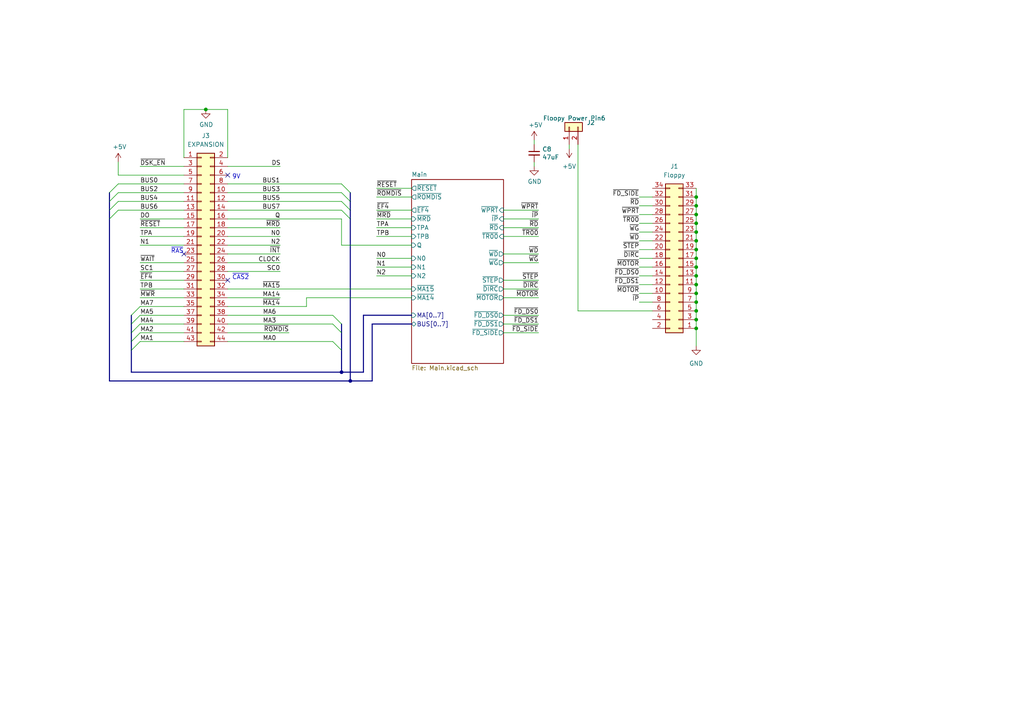
<source format=kicad_sch>
(kicad_sch (version 20230121) (generator eeschema)
  (paper "A4")
  (lib_symbols
    (symbol "Connector_Generic:Conn_01x02" (pin_names (offset 1.016) hide)
      (property "Reference" "J" (at 0 2.54 0))
      (property "Value" "Conn_01x02" (at 0 -5.08 0))
      (symbol "Conn_01x02_1_1"
        (rectangle (start -1.27 -2.413) (end 0 -2.667) (stroke (width 0.1524)))
        (rectangle (start -1.27 0.127) (end 0 -0.127) (stroke (width 0.1524)))
        (rectangle (start -1.27 1.27) (end 1.27 -3.81) (stroke (width 0.254)) (fill (type background)))
        (pin passive line (at -5.08 0 0) (length 3.81) (name "Pin_1") (number "1"))
        (pin passive line (at -5.08 -2.54 0) (length 3.81) (name "Pin_2") (number "2"))
      )
    )
    (symbol "Connector_Generic:Conn_02x17_Odd_Even" (pin_names (offset 1.016) hide)
      (property "Reference" "J" (at 1.27 22.86 0))
      (property "Value" "Conn_02x17_Odd_Even" (at 1.27 -22.86 0))
      (symbol "Conn_02x17_Odd_Even_1_1"
        (rectangle (start -1.27 -20.193) (end 0 -20.447) (stroke (width 0.1524)))
        (rectangle (start -1.27 -17.653) (end 0 -17.907) (stroke (width 0.1524)))
        (rectangle (start -1.27 -15.113) (end 0 -15.367) (stroke (width 0.1524)))
        (rectangle (start -1.27 -12.573) (end 0 -12.827) (stroke (width 0.1524)))
        (rectangle (start -1.27 -10.033) (end 0 -10.287) (stroke (width 0.1524)))
        (rectangle (start -1.27 -7.493) (end 0 -7.747) (stroke (width 0.1524)))
        (rectangle (start -1.27 -4.953) (end 0 -5.207) (stroke (width 0.1524)))
        (rectangle (start -1.27 -2.413) (end 0 -2.667) (stroke (width 0.1524)))
        (rectangle (start -1.27 0.127) (end 0 -0.127) (stroke (width 0.1524)))
        (rectangle (start -1.27 2.667) (end 0 2.413) (stroke (width 0.1524)))
        (rectangle (start -1.27 5.207) (end 0 4.953) (stroke (width 0.1524)))
        (rectangle (start -1.27 7.747) (end 0 7.493) (stroke (width 0.1524)))
        (rectangle (start -1.27 10.287) (end 0 10.033) (stroke (width 0.1524)))
        (rectangle (start -1.27 12.827) (end 0 12.573) (stroke (width 0.1524)))
        (rectangle (start -1.27 15.367) (end 0 15.113) (stroke (width 0.1524)))
        (rectangle (start -1.27 17.907) (end 0 17.653) (stroke (width 0.1524)))
        (rectangle (start -1.27 20.447) (end 0 20.193) (stroke (width 0.1524)))
        (rectangle (start -1.27 21.59) (end 3.81 -21.59) (stroke (width 0.254)) (fill (type background)))
        (rectangle (start 3.81 -20.193) (end 2.54 -20.447) (stroke (width 0.1524)))
        (rectangle (start 3.81 -17.653) (end 2.54 -17.907) (stroke (width 0.1524)))
        (rectangle (start 3.81 -15.113) (end 2.54 -15.367) (stroke (width 0.1524)))
        (rectangle (start 3.81 -12.573) (end 2.54 -12.827) (stroke (width 0.1524)))
        (rectangle (start 3.81 -10.033) (end 2.54 -10.287) (stroke (width 0.1524)))
        (rectangle (start 3.81 -7.493) (end 2.54 -7.747) (stroke (width 0.1524)))
        (rectangle (start 3.81 -4.953) (end 2.54 -5.207) (stroke (width 0.1524)))
        (rectangle (start 3.81 -2.413) (end 2.54 -2.667) (stroke (width 0.1524)))
        (rectangle (start 3.81 0.127) (end 2.54 -0.127) (stroke (width 0.1524)))
        (rectangle (start 3.81 2.667) (end 2.54 2.413) (stroke (width 0.1524)))
        (rectangle (start 3.81 5.207) (end 2.54 4.953) (stroke (width 0.1524)))
        (rectangle (start 3.81 7.747) (end 2.54 7.493) (stroke (width 0.1524)))
        (rectangle (start 3.81 10.287) (end 2.54 10.033) (stroke (width 0.1524)))
        (rectangle (start 3.81 12.827) (end 2.54 12.573) (stroke (width 0.1524)))
        (rectangle (start 3.81 15.367) (end 2.54 15.113) (stroke (width 0.1524)))
        (rectangle (start 3.81 17.907) (end 2.54 17.653) (stroke (width 0.1524)))
        (rectangle (start 3.81 20.447) (end 2.54 20.193) (stroke (width 0.1524)))
        (pin passive line (at -5.08 20.32 0) (length 3.81) (name "Pin_1") (number "1"))
        (pin passive line (at 7.62 10.16 180) (length 3.81) (name "Pin_10") (number "10"))
        (pin passive line (at -5.08 7.62 0) (length 3.81) (name "Pin_11") (number "11"))
        (pin passive line (at 7.62 7.62 180) (length 3.81) (name "Pin_12") (number "12"))
        (pin passive line (at -5.08 5.08 0) (length 3.81) (name "Pin_13") (number "13"))
        (pin passive line (at 7.62 5.08 180) (length 3.81) (name "Pin_14") (number "14"))
        (pin passive line (at -5.08 2.54 0) (length 3.81) (name "Pin_15") (number "15"))
        (pin passive line (at 7.62 2.54 180) (length 3.81) (name "Pin_16") (number "16"))
        (pin passive line (at -5.08 0 0) (length 3.81) (name "Pin_17") (number "17"))
        (pin passive line (at 7.62 0 180) (length 3.81) (name "Pin_18") (number "18"))
        (pin passive line (at -5.08 -2.54 0) (length 3.81) (name "Pin_19") (number "19"))
        (pin passive line (at 7.62 20.32 180) (length 3.81) (name "Pin_2") (number "2"))
        (pin passive line (at 7.62 -2.54 180) (length 3.81) (name "Pin_20") (number "20"))
        (pin passive line (at -5.08 -5.08 0) (length 3.81) (name "Pin_21") (number "21"))
        (pin passive line (at 7.62 -5.08 180) (length 3.81) (name "Pin_22") (number "22"))
        (pin passive line (at -5.08 -7.62 0) (length 3.81) (name "Pin_23") (number "23"))
        (pin passive line (at 7.62 -7.62 180) (length 3.81) (name "Pin_24") (number "24"))
        (pin passive line (at -5.08 -10.16 0) (length 3.81) (name "Pin_25") (number "25"))
        (pin passive line (at 7.62 -10.16 180) (length 3.81) (name "Pin_26") (number "26"))
        (pin passive line (at -5.08 -12.7 0) (length 3.81) (name "Pin_27") (number "27"))
        (pin passive line (at 7.62 -12.7 180) (length 3.81) (name "Pin_28") (number "28"))
        (pin passive line (at -5.08 -15.24 0) (length 3.81) (name "Pin_29") (number "29"))
        (pin passive line (at -5.08 17.78 0) (length 3.81) (name "Pin_3") (number "3"))
        (pin passive line (at 7.62 -15.24 180) (length 3.81) (name "Pin_30") (number "30"))
        (pin passive line (at -5.08 -17.78 0) (length 3.81) (name "Pin_31") (number "31"))
        (pin passive line (at 7.62 -17.78 180) (length 3.81) (name "Pin_32") (number "32"))
        (pin passive line (at -5.08 -20.32 0) (length 3.81) (name "Pin_33") (number "33"))
        (pin passive line (at 7.62 -20.32 180) (length 3.81) (name "Pin_34") (number "34"))
        (pin passive line (at 7.62 17.78 180) (length 3.81) (name "Pin_4") (number "4"))
        (pin passive line (at -5.08 15.24 0) (length 3.81) (name "Pin_5") (number "5"))
        (pin passive line (at 7.62 15.24 180) (length 3.81) (name "Pin_6") (number "6"))
        (pin passive line (at -5.08 12.7 0) (length 3.81) (name "Pin_7") (number "7"))
        (pin passive line (at 7.62 12.7 180) (length 3.81) (name "Pin_8") (number "8"))
        (pin passive line (at -5.08 10.16 0) (length 3.81) (name "Pin_9") (number "9"))
      )
    )
    (symbol "Connector_Generic:Conn_02x22_Odd_Even" (pin_names (offset 1.016) hide)
      (property "Reference" "J" (at 1.27 27.94 0))
      (property "Value" "Conn_02x22_Odd_Even" (at 1.27 -30.48 0))
      (symbol "Conn_02x22_Odd_Even_1_1"
        (rectangle (start -1.27 -27.813) (end 0 -28.067) (stroke (width 0.1524)))
        (rectangle (start -1.27 -25.273) (end 0 -25.527) (stroke (width 0.1524)))
        (rectangle (start -1.27 -22.733) (end 0 -22.987) (stroke (width 0.1524)))
        (rectangle (start -1.27 -20.193) (end 0 -20.447) (stroke (width 0.1524)))
        (rectangle (start -1.27 -17.653) (end 0 -17.907) (stroke (width 0.1524)))
        (rectangle (start -1.27 -15.113) (end 0 -15.367) (stroke (width 0.1524)))
        (rectangle (start -1.27 -12.573) (end 0 -12.827) (stroke (width 0.1524)))
        (rectangle (start -1.27 -10.033) (end 0 -10.287) (stroke (width 0.1524)))
        (rectangle (start -1.27 -7.493) (end 0 -7.747) (stroke (width 0.1524)))
        (rectangle (start -1.27 -4.953) (end 0 -5.207) (stroke (width 0.1524)))
        (rectangle (start -1.27 -2.413) (end 0 -2.667) (stroke (width 0.1524)))
        (rectangle (start -1.27 0.127) (end 0 -0.127) (stroke (width 0.1524)))
        (rectangle (start -1.27 2.667) (end 0 2.413) (stroke (width 0.1524)))
        (rectangle (start -1.27 5.207) (end 0 4.953) (stroke (width 0.1524)))
        (rectangle (start -1.27 7.747) (end 0 7.493) (stroke (width 0.1524)))
        (rectangle (start -1.27 10.287) (end 0 10.033) (stroke (width 0.1524)))
        (rectangle (start -1.27 12.827) (end 0 12.573) (stroke (width 0.1524)))
        (rectangle (start -1.27 15.367) (end 0 15.113) (stroke (width 0.1524)))
        (rectangle (start -1.27 17.907) (end 0 17.653) (stroke (width 0.1524)))
        (rectangle (start -1.27 20.447) (end 0 20.193) (stroke (width 0.1524)))
        (rectangle (start -1.27 22.987) (end 0 22.733) (stroke (width 0.1524)))
        (rectangle (start -1.27 25.527) (end 0 25.273) (stroke (width 0.1524)))
        (rectangle (start -1.27 26.67) (end 3.81 -29.21) (stroke (width 0.254)) (fill (type background)))
        (rectangle (start 3.81 -27.813) (end 2.54 -28.067) (stroke (width 0.1524)))
        (rectangle (start 3.81 -25.273) (end 2.54 -25.527) (stroke (width 0.1524)))
        (rectangle (start 3.81 -22.733) (end 2.54 -22.987) (stroke (width 0.1524)))
        (rectangle (start 3.81 -20.193) (end 2.54 -20.447) (stroke (width 0.1524)))
        (rectangle (start 3.81 -17.653) (end 2.54 -17.907) (stroke (width 0.1524)))
        (rectangle (start 3.81 -15.113) (end 2.54 -15.367) (stroke (width 0.1524)))
        (rectangle (start 3.81 -12.573) (end 2.54 -12.827) (stroke (width 0.1524)))
        (rectangle (start 3.81 -10.033) (end 2.54 -10.287) (stroke (width 0.1524)))
        (rectangle (start 3.81 -7.493) (end 2.54 -7.747) (stroke (width 0.1524)))
        (rectangle (start 3.81 -4.953) (end 2.54 -5.207) (stroke (width 0.1524)))
        (rectangle (start 3.81 -2.413) (end 2.54 -2.667) (stroke (width 0.1524)))
        (rectangle (start 3.81 0.127) (end 2.54 -0.127) (stroke (width 0.1524)))
        (rectangle (start 3.81 2.667) (end 2.54 2.413) (stroke (width 0.1524)))
        (rectangle (start 3.81 5.207) (end 2.54 4.953) (stroke (width 0.1524)))
        (rectangle (start 3.81 7.747) (end 2.54 7.493) (stroke (width 0.1524)))
        (rectangle (start 3.81 10.287) (end 2.54 10.033) (stroke (width 0.1524)))
        (rectangle (start 3.81 12.827) (end 2.54 12.573) (stroke (width 0.1524)))
        (rectangle (start 3.81 15.367) (end 2.54 15.113) (stroke (width 0.1524)))
        (rectangle (start 3.81 17.907) (end 2.54 17.653) (stroke (width 0.1524)))
        (rectangle (start 3.81 20.447) (end 2.54 20.193) (stroke (width 0.1524)))
        (rectangle (start 3.81 22.987) (end 2.54 22.733) (stroke (width 0.1524)))
        (rectangle (start 3.81 25.527) (end 2.54 25.273) (stroke (width 0.1524)))
        (pin passive line (at -5.08 25.4 0) (length 3.81) (name "Pin_1") (number "1"))
        (pin passive line (at 7.62 15.24 180) (length 3.81) (name "Pin_10") (number "10"))
        (pin passive line (at -5.08 12.7 0) (length 3.81) (name "Pin_11") (number "11"))
        (pin passive line (at 7.62 12.7 180) (length 3.81) (name "Pin_12") (number "12"))
        (pin passive line (at -5.08 10.16 0) (length 3.81) (name "Pin_13") (number "13"))
        (pin passive line (at 7.62 10.16 180) (length 3.81) (name "Pin_14") (number "14"))
        (pin passive line (at -5.08 7.62 0) (length 3.81) (name "Pin_15") (number "15"))
        (pin passive line (at 7.62 7.62 180) (length 3.81) (name "Pin_16") (number "16"))
        (pin passive line (at -5.08 5.08 0) (length 3.81) (name "Pin_17") (number "17"))
        (pin passive line (at 7.62 5.08 180) (length 3.81) (name "Pin_18") (number "18"))
        (pin passive line (at -5.08 2.54 0) (length 3.81) (name "Pin_19") (number "19"))
        (pin passive line (at 7.62 25.4 180) (length 3.81) (name "Pin_2") (number "2"))
        (pin passive line (at 7.62 2.54 180) (length 3.81) (name "Pin_20") (number "20"))
        (pin passive line (at -5.08 0 0) (length 3.81) (name "Pin_21") (number "21"))
        (pin passive line (at 7.62 0 180) (length 3.81) (name "Pin_22") (number "22"))
        (pin passive line (at -5.08 -2.54 0) (length 3.81) (name "Pin_23") (number "23"))
        (pin passive line (at 7.62 -2.54 180) (length 3.81) (name "Pin_24") (number "24"))
        (pin passive line (at -5.08 -5.08 0) (length 3.81) (name "Pin_25") (number "25"))
        (pin passive line (at 7.62 -5.08 180) (length 3.81) (name "Pin_26") (number "26"))
        (pin passive line (at -5.08 -7.62 0) (length 3.81) (name "Pin_27") (number "27"))
        (pin passive line (at 7.62 -7.62 180) (length 3.81) (name "Pin_28") (number "28"))
        (pin passive line (at -5.08 -10.16 0) (length 3.81) (name "Pin_29") (number "29"))
        (pin passive line (at -5.08 22.86 0) (length 3.81) (name "Pin_3") (number "3"))
        (pin passive line (at 7.62 -10.16 180) (length 3.81) (name "Pin_30") (number "30"))
        (pin passive line (at -5.08 -12.7 0) (length 3.81) (name "Pin_31") (number "31"))
        (pin passive line (at 7.62 -12.7 180) (length 3.81) (name "Pin_32") (number "32"))
        (pin passive line (at -5.08 -15.24 0) (length 3.81) (name "Pin_33") (number "33"))
        (pin passive line (at 7.62 -15.24 180) (length 3.81) (name "Pin_34") (number "34"))
        (pin passive line (at -5.08 -17.78 0) (length 3.81) (name "Pin_35") (number "35"))
        (pin passive line (at 7.62 -17.78 180) (length 3.81) (name "Pin_36") (number "36"))
        (pin passive line (at -5.08 -20.32 0) (length 3.81) (name "Pin_37") (number "37"))
        (pin passive line (at 7.62 -20.32 180) (length 3.81) (name "Pin_38") (number "38"))
        (pin passive line (at -5.08 -22.86 0) (length 3.81) (name "Pin_39") (number "39"))
        (pin passive line (at 7.62 22.86 180) (length 3.81) (name "Pin_4") (number "4"))
        (pin passive line (at 7.62 -22.86 180) (length 3.81) (name "Pin_40") (number "40"))
        (pin passive line (at -5.08 -25.4 0) (length 3.81) (name "Pin_41") (number "41"))
        (pin passive line (at 7.62 -25.4 180) (length 3.81) (name "Pin_42") (number "42"))
        (pin passive line (at -5.08 -27.94 0) (length 3.81) (name "Pin_43") (number "43"))
        (pin passive line (at 7.62 -27.94 180) (length 3.81) (name "Pin_44") (number "44"))
        (pin passive line (at -5.08 20.32 0) (length 3.81) (name "Pin_5") (number "5"))
        (pin passive line (at 7.62 20.32 180) (length 3.81) (name "Pin_6") (number "6"))
        (pin passive line (at -5.08 17.78 0) (length 3.81) (name "Pin_7") (number "7"))
        (pin passive line (at 7.62 17.78 180) (length 3.81) (name "Pin_8") (number "8"))
        (pin passive line (at -5.08 15.24 0) (length 3.81) (name "Pin_9") (number "9"))
      )
    )
    (symbol "Device:C_Small" (pin_numbers hide) (pin_names (offset 0.254) hide)
      (property "Reference" "C" (at 0.254 1.778 0))
      (property "Value" "C_Small" (at 0.254 -2.032 0))
      (symbol "C_Small_0_1"
        (polyline (pts (xy -1.524 -0.508) (xy 1.524 -0.508)) (stroke (width 0.3302)))
        (polyline (pts (xy -1.524 0.508) (xy 1.524 0.508)) (stroke (width 0.3048)))
      )
      (symbol "C_Small_1_1"
        (pin passive line (at 0 2.54 270) (length 2.032) (name "~") (number "1"))
        (pin passive line (at 0 -2.54 90) (length 2.032) (name "~") (number "2"))
      )
    )
    (symbol "power:+5V" (power) (pin_names (offset 0))
      (property "Value" "+5V" (at 0 3.556 0))
      (symbol "+5V_0_1"
        (polyline (pts (xy -0.762 1.27) (xy 0 2.54)))
        (polyline (pts (xy 0 0) (xy 0 2.54)))
        (polyline (pts (xy 0 2.54) (xy 0.762 1.27)))
      )
      (symbol "+5V_1_1"
        (pin power_in line (at 0 0 90) (length 0) hide (name "+5V") (number "1"))
      )
    )
    (symbol "power:GND" (power) (pin_names (offset 0))
      (property "Value" "GND" (at 0 -3.81 0))
      (symbol "GND_0_1"
        (polyline (pts (xy 0 0) (xy 0 -1.27) (xy 1.27 -1.27) (xy 0 -2.54) (xy -1.27 -1.27) (xy 0 -1.27)))
      )
      (symbol "GND_1_1"
        (pin power_in line (at 0 0 270) (length 0) hide (name "GND") (number "1"))
      )
    )
  )
  (junction (at 201.93 87.63))
  (junction (at 201.93 67.31))
  (junction (at 201.93 57.15))
  (junction (at 201.93 95.25))
  (junction (at 101.6 110.49))
  (junction (at 201.93 92.71))
  (junction (at 201.93 77.47))
  (junction (at 201.93 74.93))
  (junction (at 59.69 31.75))
  (junction (at 201.93 69.85))
  (junction (at 201.93 80.01))
  (junction (at 99.06 107.95))
  (junction (at 201.93 90.17))
  (junction (at 201.93 72.39))
  (junction (at 201.93 85.09))
  (junction (at 201.93 82.55))
  (junction (at 201.93 64.77))
  (junction (at 201.93 59.69))
  (junction (at 201.93 62.23))
  (no_connect (at 66.04 50.8))
  (no_connect (at 53.34 73.66))
  (no_connect (at 66.04 81.28))
  (bus_entry (at 34.29 55.88) (size -2.54 2.54))
  (bus_entry (at 38.1 101.6) (size 2.54 -2.54))
  (bus_entry (at 99.06 101.6) (size -2.54 -2.54))
  (bus_entry (at 99.06 96.52) (size -2.54 -2.54))
  (bus_entry (at 38.1 96.52) (size 2.54 -2.54))
  (bus_entry (at 38.1 99.06) (size 2.54 -2.54))
  (bus_entry (at 40.64 91.44) (size -2.54 2.54))
  (bus_entry (at 34.29 58.42) (size -2.54 2.54))
  (bus_entry (at 34.29 53.34) (size -2.54 2.54))
  (bus_entry (at 101.6 58.42) (size -2.54 -2.54))
  (bus_entry (at 101.6 63.5) (size -2.54 -2.54))
  (bus_entry (at 101.6 60.96) (size -2.54 -2.54))
  (bus_entry (at 99.06 93.98) (size -2.54 -2.54))
  (bus_entry (at 101.6 55.88) (size -2.54 -2.54))
  (bus_entry (at 34.29 60.96) (size -2.54 2.54))
  (bus_entry (at 40.64 88.9) (size -2.54 2.54))
  (bus (pts (xy 99.06 107.95) (xy 38.1 107.95)))
  (wire (pts (xy 109.22 80.01) (xy 119.38 80.01)))
  (bus (pts (xy 38.1 93.98) (xy 38.1 96.52)))
  (wire (pts (xy 40.64 86.36) (xy 53.34 86.36)))
  (wire (pts (xy 66.04 76.2) (xy 81.28 76.2)))
  (wire (pts (xy 40.64 63.5) (xy 53.34 63.5)))
  (wire (pts (xy 185.42 82.55) (xy 189.23 82.55)))
  (wire (pts (xy 53.34 45.72) (xy 53.34 31.75)))
  (wire (pts (xy 66.04 96.52) (xy 83.82 96.52)))
  (bus (pts (xy 31.75 55.88) (xy 31.75 58.42)))
  (wire (pts (xy 185.42 74.93) (xy 189.23 74.93)))
  (wire (pts (xy 53.34 91.44) (xy 40.64 91.44)))
  (wire (pts (xy 66.04 55.88) (xy 99.06 55.88)))
  (wire (pts (xy 154.94 46.99) (xy 154.94 48.26)))
  (wire (pts (xy 146.05 73.66) (xy 156.21 73.66)))
  (wire (pts (xy 66.04 53.34) (xy 99.06 53.34)))
  (bus (pts (xy 38.1 91.44) (xy 38.1 93.98)))
  (bus (pts (xy 101.6 58.42) (xy 101.6 60.96)))
  (wire (pts (xy 66.04 93.98) (xy 96.52 93.98)))
  (wire (pts (xy 66.04 78.74) (xy 81.28 78.74)))
  (wire (pts (xy 185.42 59.69) (xy 189.23 59.69)))
  (wire (pts (xy 185.42 64.77) (xy 189.23 64.77)))
  (bus (pts (xy 31.75 58.42) (xy 31.75 60.96)))
  (wire (pts (xy 185.42 85.09) (xy 189.23 85.09)))
  (wire (pts (xy 146.05 93.98) (xy 156.21 93.98)))
  (wire (pts (xy 66.04 58.42) (xy 99.06 58.42)))
  (wire (pts (xy 185.42 67.31) (xy 189.23 67.31)))
  (wire (pts (xy 53.34 88.9) (xy 40.64 88.9)))
  (wire (pts (xy 66.04 60.96) (xy 99.06 60.96)))
  (wire (pts (xy 146.05 86.36) (xy 156.21 86.36)))
  (wire (pts (xy 34.29 53.34) (xy 53.34 53.34)))
  (wire (pts (xy 53.34 31.75) (xy 59.69 31.75)))
  (wire (pts (xy 40.64 93.98) (xy 53.34 93.98)))
  (wire (pts (xy 119.38 71.12) (xy 99.06 71.12)))
  (wire (pts (xy 201.93 74.93) (xy 201.93 77.47)))
  (wire (pts (xy 146.05 68.58) (xy 156.21 68.58)))
  (wire (pts (xy 201.93 67.31) (xy 201.93 69.85)))
  (wire (pts (xy 146.05 96.52) (xy 156.21 96.52)))
  (wire (pts (xy 66.04 88.9) (xy 88.9 88.9)))
  (wire (pts (xy 109.22 63.5) (xy 119.38 63.5)))
  (wire (pts (xy 146.05 60.96) (xy 156.21 60.96)))
  (bus (pts (xy 38.1 96.52) (xy 38.1 99.06)))
  (wire (pts (xy 201.93 85.09) (xy 201.93 87.63)))
  (wire (pts (xy 66.04 73.66) (xy 81.28 73.66)))
  (wire (pts (xy 40.64 48.26) (xy 53.34 48.26)))
  (wire (pts (xy 201.93 69.85) (xy 201.93 72.39)))
  (wire (pts (xy 53.34 71.12) (xy 40.64 71.12)))
  (wire (pts (xy 109.22 60.96) (xy 119.38 60.96)))
  (wire (pts (xy 201.93 90.17) (xy 201.93 92.71)))
  (wire (pts (xy 146.05 63.5) (xy 156.21 63.5)))
  (wire (pts (xy 53.34 78.74) (xy 40.64 78.74)))
  (wire (pts (xy 201.93 87.63) (xy 201.93 90.17)))
  (wire (pts (xy 53.34 83.82) (xy 40.64 83.82)))
  (wire (pts (xy 66.04 63.5) (xy 99.06 63.5)))
  (wire (pts (xy 154.94 40.64) (xy 154.94 41.91)))
  (wire (pts (xy 109.22 66.04) (xy 119.38 66.04)))
  (wire (pts (xy 66.04 91.44) (xy 96.52 91.44)))
  (wire (pts (xy 53.34 76.2) (xy 40.64 76.2)))
  (bus (pts (xy 101.6 55.88) (xy 101.6 58.42)))
  (wire (pts (xy 66.04 71.12) (xy 81.28 71.12)))
  (bus (pts (xy 101.6 63.5) (xy 101.6 110.49)))
  (wire (pts (xy 201.93 57.15) (xy 201.93 59.69)))
  (wire (pts (xy 109.22 68.58) (xy 119.38 68.58)))
  (bus (pts (xy 31.75 60.96) (xy 31.75 63.5)))
  (wire (pts (xy 201.93 80.01) (xy 201.93 82.55)))
  (bus (pts (xy 107.95 110.49) (xy 101.6 110.49)))
  (bus (pts (xy 99.06 93.98) (xy 99.06 96.52)))
  (wire (pts (xy 66.04 31.75) (xy 59.69 31.75)))
  (bus (pts (xy 101.6 110.49) (xy 31.75 110.49)))
  (wire (pts (xy 40.64 99.06) (xy 53.34 99.06)))
  (wire (pts (xy 146.05 76.2) (xy 156.21 76.2)))
  (bus (pts (xy 105.41 91.44) (xy 105.41 107.95)))
  (wire (pts (xy 165.1 43.18) (xy 165.1 41.91)))
  (bus (pts (xy 105.41 107.95) (xy 99.06 107.95)))
  (wire (pts (xy 53.34 66.04) (xy 40.64 66.04)))
  (wire (pts (xy 201.93 82.55) (xy 201.93 85.09)))
  (wire (pts (xy 66.04 45.72) (xy 66.04 31.75)))
  (wire (pts (xy 185.42 62.23) (xy 189.23 62.23)))
  (wire (pts (xy 81.28 86.36) (xy 66.04 86.36)))
  (wire (pts (xy 53.34 50.8) (xy 34.29 50.8)))
  (wire (pts (xy 185.42 80.01) (xy 189.23 80.01)))
  (bus (pts (xy 107.95 93.98) (xy 107.95 110.49)))
  (wire (pts (xy 167.64 41.91) (xy 167.64 90.17)))
  (wire (pts (xy 66.04 99.06) (xy 96.52 99.06)))
  (bus (pts (xy 99.06 101.6) (xy 99.06 107.95)))
  (wire (pts (xy 34.29 58.42) (xy 53.34 58.42)))
  (wire (pts (xy 99.06 71.12) (xy 99.06 63.5)))
  (wire (pts (xy 201.93 54.61) (xy 201.93 57.15)))
  (wire (pts (xy 201.93 72.39) (xy 201.93 74.93)))
  (wire (pts (xy 53.34 68.58) (xy 40.64 68.58)))
  (wire (pts (xy 109.22 54.61) (xy 119.38 54.61)))
  (wire (pts (xy 109.22 77.47) (xy 119.38 77.47)))
  (wire (pts (xy 167.64 90.17) (xy 189.23 90.17)))
  (wire (pts (xy 201.93 64.77) (xy 201.93 67.31)))
  (wire (pts (xy 40.64 96.52) (xy 53.34 96.52)))
  (wire (pts (xy 146.05 81.28) (xy 156.21 81.28)))
  (wire (pts (xy 34.29 50.8) (xy 34.29 46.99)))
  (bus (pts (xy 31.75 63.5) (xy 31.75 110.49)))
  (bus (pts (xy 101.6 60.96) (xy 101.6 63.5)))
  (wire (pts (xy 34.29 55.88) (xy 53.34 55.88)))
  (wire (pts (xy 109.22 74.93) (xy 119.38 74.93)))
  (wire (pts (xy 40.64 81.28) (xy 53.34 81.28)))
  (wire (pts (xy 185.42 72.39) (xy 189.23 72.39)))
  (bus (pts (xy 119.38 93.98) (xy 107.95 93.98)))
  (wire (pts (xy 201.93 77.47) (xy 201.93 80.01)))
  (wire (pts (xy 66.04 68.58) (xy 81.28 68.58)))
  (wire (pts (xy 185.42 77.47) (xy 189.23 77.47)))
  (wire (pts (xy 146.05 66.04) (xy 156.21 66.04)))
  (wire (pts (xy 201.93 62.23) (xy 201.93 64.77)))
  (wire (pts (xy 88.9 86.36) (xy 88.9 88.9)))
  (wire (pts (xy 66.04 48.26) (xy 81.28 48.26)))
  (wire (pts (xy 201.93 100.33) (xy 201.93 95.25)))
  (wire (pts (xy 201.93 92.71) (xy 201.93 95.25)))
  (bus (pts (xy 38.1 99.06) (xy 38.1 101.6)))
  (wire (pts (xy 185.42 87.63) (xy 189.23 87.63)))
  (wire (pts (xy 88.9 86.36) (xy 119.38 86.36)))
  (wire (pts (xy 185.42 57.15) (xy 189.23 57.15)))
  (wire (pts (xy 34.29 60.96) (xy 53.34 60.96)))
  (wire (pts (xy 185.42 69.85) (xy 189.23 69.85)))
  (wire (pts (xy 146.05 91.44) (xy 156.21 91.44)))
  (wire (pts (xy 146.05 83.82) (xy 156.21 83.82)))
  (wire (pts (xy 66.04 66.04) (xy 81.28 66.04)))
  (wire (pts (xy 201.93 59.69) (xy 201.93 62.23)))
  (bus (pts (xy 99.06 96.52) (xy 99.06 101.6)))
  (wire (pts (xy 66.04 83.82) (xy 119.38 83.82)))
  (wire (pts (xy 109.22 57.15) (xy 119.38 57.15)))
  (bus (pts (xy 119.38 91.44) (xy 105.41 91.44)))
  (bus (pts (xy 38.1 101.6) (xy 38.1 107.95)))
  (text "~{CAS2}" (at 67.31 81.28 0) (effects (font (size 1.27 1.27)) (justify left bottom)))
  (text "~{RAS}" (at 49.53 73.66 0) (effects (font (size 1.27 1.27)) (justify left bottom)))
  (text "9V" (at 67.31 52.07 0) (effects (font (size 1.27 1.27)) (justify left bottom)))
  (label "~{WPRT}" (at 185.42 62.23 180))
  (label "SC0" (at 81.28 78.74 180))
  (label "~{STEP}" (at 156.21 81.28 180))
  (label "~{RD}" (at 185.42 59.69 180))
  (label "N0" (at 81.28 68.58 180))
  (label "~{WD}" (at 156.21 73.66 180))
  (label "~{FD_DS0}" (at 156.21 91.44 180))
  (label "~{STEP}" (at 185.42 72.39 180))
  (label "~{EF4}" (at 109.22 60.96 0))
  (label "DS" (at 78.74 48.26 0))
  (label "~{DSK_EN}" (at 40.64 48.26 0))
  (label "MA3" (at 76.2 93.98 0))
  (label "MA6" (at 76.2 91.44 0))
  (label "BUS7" (at 81.28 60.96 180))
  (label "N2" (at 109.22 80.01 0))
  (label "~{TR00}" (at 185.42 64.77 180))
  (label "~{WAIT}" (at 40.64 76.2 0))
  (label "N2" (at 81.28 71.12 180))
  (label "BUS5" (at 81.28 58.42 180))
  (label "~{FD_DS1}" (at 156.21 93.98 180))
  (label "~{INT}" (at 81.28 73.66 180))
  (label "MA14" (at 81.28 86.36 180))
  (label "N1" (at 109.22 77.47 0))
  (label "~{MOTOR}" (at 185.42 77.47 180))
  (label "TPB" (at 109.22 68.58 0))
  (label "CLOCK" (at 81.28 76.2 180))
  (label "~{DIRC}" (at 156.21 83.82 180))
  (label "MA0" (at 76.2 99.06 0))
  (label "BUS6" (at 40.64 60.96 0))
  (label "BUS4" (at 40.64 58.42 0))
  (label "~{IP}" (at 185.42 87.63 180))
  (label "MA5" (at 40.64 91.44 0))
  (label "BUS3" (at 81.28 55.88 180))
  (label "MA7" (at 40.64 88.9 0))
  (label "N0" (at 109.22 74.93 0))
  (label "~{WD}" (at 185.42 69.85 180))
  (label "BUS0" (at 40.64 53.34 0))
  (label "~{ROMDIS}" (at 109.22 57.15 0))
  (label "TPB" (at 40.64 83.82 0))
  (label "~{WPRT}" (at 156.21 60.96 180))
  (label "~{FD_SIDE}" (at 156.21 96.52 180))
  (label "Q" (at 81.28 63.5 180))
  (label "~{MWR}" (at 40.64 86.36 0))
  (label "TPA" (at 109.22 66.04 0))
  (label "~{ROMDIS}" (at 83.82 96.52 180))
  (label "SC1" (at 40.64 78.74 0))
  (label "~{MOTOR}" (at 185.42 85.09 180))
  (label "~{RESET}" (at 109.22 54.61 0))
  (label "MA2" (at 40.64 96.52 0))
  (label "~{MA15}" (at 81.28 83.82 180))
  (label "~{DIRC}" (at 185.42 74.93 180))
  (label "~{FD_SIDE}" (at 185.42 57.15 180))
  (label "~{RD}" (at 156.21 66.04 180))
  (label "~{FD_DS0}" (at 185.42 80.01 180))
  (label "~{EF4}" (at 40.64 81.28 0))
  (label "~{FD_DS1}" (at 185.42 82.55 180))
  (label "~{WG}" (at 156.21 76.2 180))
  (label "~{TR00}" (at 156.21 68.58 180))
  (label "~{WG}" (at 185.42 67.31 180))
  (label "MA1" (at 40.64 99.06 0))
  (label "N1" (at 40.64 71.12 0))
  (label "TPA" (at 40.64 68.58 0))
  (label "~{MA14}" (at 81.28 88.9 180))
  (label "~{MRD}" (at 81.28 66.04 180))
  (label "~{MRD}" (at 109.22 63.5 0))
  (label "~{IP}" (at 156.21 63.5 180))
  (label "BUS1" (at 81.28 53.34 180))
  (label "DO" (at 40.64 63.5 0))
  (label "~{MOTOR}" (at 156.21 86.36 180))
  (label "MA4" (at 40.64 93.98 0))
  (label "BUS2" (at 40.64 55.88 0))
  (label "~{RESET}" (at 40.64 66.04 0))
  (symbol (lib_id "Connector_Generic:Conn_02x17_Odd_Even") (at 196.85 74.93 180) (unit 1)
    (property "Reference" "J1" (at 195.58 48.26 0))
    (property "Value" "Floppy" (at 195.58 50.8 0))
    (property "Footprint" "Connector_PinHeader_2.54mm:PinHeader_2x17_P2.54mm_Vertical" (effects hide))
  )
  (symbol (lib_id "power:GND") (at 59.69 31.75 0) (unit 1)
    (property "Reference" "#PWR0102" (effects hide))
    (property "Value" "GND" (at 59.817 36.1442 0))
  )
  (symbol (lib_id "power:GND") (at 154.94 48.26 0) (unit 1)
    (property "Reference" "#PWR0138" (effects hide))
    (property "Value" "GND" (at 155.067 52.6542 0))
  )
  (symbol (lib_id "power:+5V") (at 165.1 43.18 0) (mirror x) (unit 1)
    (property "Reference" "#PWR0135" (effects hide))
    (property "Value" "+5V" (at 165.1 48.26 0))
  )
  (symbol (lib_id "Device:C_Small") (at 154.94 44.45 0) (unit 1)
    (property "Reference" "C8" (at 157.2768 43.2816 0) (effects (justify left)))
    (property "Value" "47uF" (at 157.2768 45.593 0) (effects (justify left)))
    (property "Footprint" "Capacitor_THT:C_Radial_D4.0mm_H7.0mm_P1.50mm" (effects hide))
    (property "Mouser" "581-SA105E104M" (effects hide))
  )
  (symbol (lib_id "Connector_Generic:Conn_02x22_Odd_Even") (at 58.42 71.12 0) (unit 1)
    (property "Reference" "J3" (at 59.69 39.37 0))
    (property "Value" "EXPANSION" (at 59.69 41.91 0))
    (property "Footprint" "8bits:COMiX35_Edge_Card_Connector_22x2" (effects hide))
  )
  (symbol (lib_id "power:+5V") (at 34.29 46.99 0) (unit 1)
    (property "Reference" "#PWR0103" (effects hide))
    (property "Value" "+5V" (at 34.671 42.5958 0))
  )
  (symbol (lib_id "Connector_Generic:Conn_01x02") (at 165.1 36.83 90) (unit 1)
    (property "Reference" "J2" (at 170.18 35.5599 90) (effects (justify right)))
    (property "Value" "Floopy Power Pin6" (at 157.48 34.29 90) (effects (justify right)))
    (property "Footprint" "Connector_PinHeader_2.54mm:PinHeader_1x02_P2.54mm_Vertical" (effects hide))
  )
  (symbol (lib_id "power:+5V") (at 154.94 40.64 0) (unit 1)
    (property "Reference" "#PWR0137" (effects hide))
    (property "Value" "+5V" (at 155.321 36.2458 0))
  )
  (symbol (lib_id "power:GND") (at 201.93 100.33 0) (unit 1)
    (property "Reference" "#PWR0134" (effects hide))
    (property "Value" "GND" (at 201.93 105.41 0))
  )
  (sheet (at 119.38 52.07) (size 26.67 53.34) (stroke (width 0.1524))
    (property "Sheetname" "Main" (at 119.38 51.3584 0) (effects (justify left bottom)))
    (property "Sheetfile" "Main.kicad_sch" (at 119.38 105.9946 0) (effects (justify left top)))
    (pin "TPB" input (at 119.38 68.58 180))
    (pin "TPA" input (at 119.38 66.04 180))
    (pin "BUS[0..7]" bidirectional (at 119.38 93.98 180))
    (pin "MA[0..7]" input (at 119.38 91.44 180))
    (pin "Q" input (at 119.38 71.12 180))
    (pin "~{RESET}" output (at 119.38 54.61 180))
    (pin "~{MRD}" input (at 119.38 63.5 180))
    (pin "~{EF4}" output (at 119.38 60.96 180))
    (pin "~{ROMDIS}" output (at 119.38 57.15 180))
    (pin "~{MA14}" input (at 119.38 86.36 180))
    (pin "~{MA15}" input (at 119.38 83.82 180))
    (pin "N0" input (at 119.38 74.93 180))
    (pin "N2" input (at 119.38 80.01 180))
    (pin "N1" input (at 119.38 77.47 180))
    (pin "~{WD}" output (at 146.05 73.66 0))
    (pin "~{DIRC}" output (at 146.05 83.82 0))
    (pin "~{STEP}" output (at 146.05 81.28 0))
    (pin "~{MOTOR}" output (at 146.05 86.36 0))
    (pin "~{WG}" output (at 146.05 76.2 0))
    (pin "~{WPRT}" input (at 146.05 60.96 0))
    (pin "~{IP}" input (at 146.05 63.5 0))
    (pin "~{RD}" input (at 146.05 66.04 0))
    (pin "~{TR00}" input (at 146.05 68.58 0))
    (pin "~{FD_DS1}" output (at 146.05 93.98 0))
    (pin "~{FD_SIDE}" output (at 146.05 96.52 0))
    (pin "~{FD_DS0}" output (at 146.05 91.44 0))
  )
)
</source>
